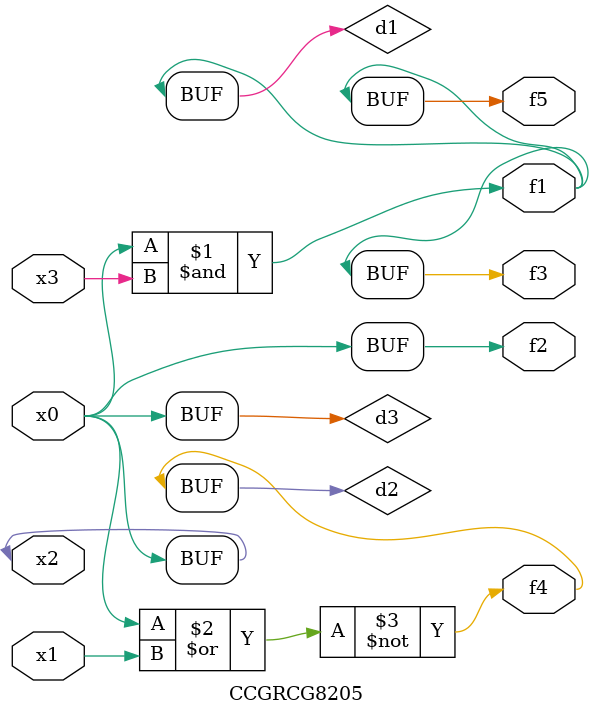
<source format=v>
module CCGRCG8205(
	input x0, x1, x2, x3,
	output f1, f2, f3, f4, f5
);

	wire d1, d2, d3;

	and (d1, x2, x3);
	nor (d2, x0, x1);
	buf (d3, x0, x2);
	assign f1 = d1;
	assign f2 = d3;
	assign f3 = d1;
	assign f4 = d2;
	assign f5 = d1;
endmodule

</source>
